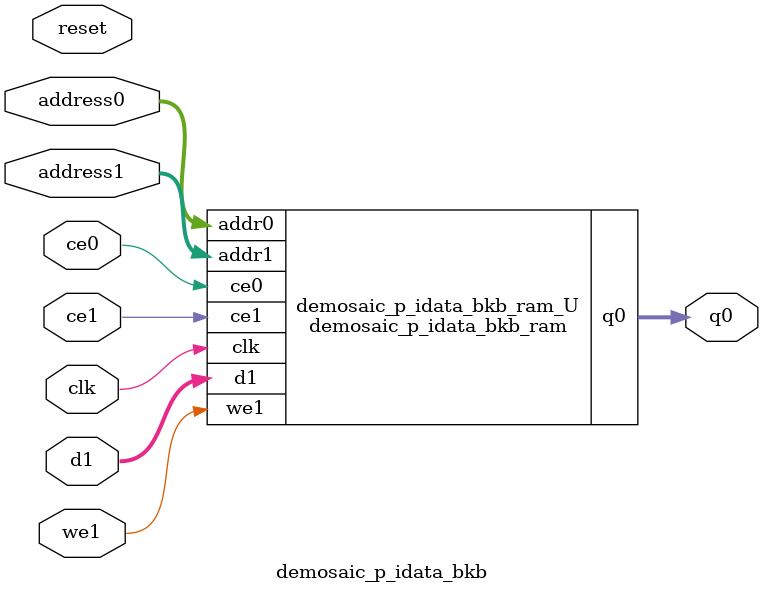
<source format=v>

`timescale 1 ns / 1 ps
module demosaic_p_idata_bkb_ram (addr0, ce0, q0, addr1, ce1, d1, we1,  clk);

parameter DWIDTH = 40;
parameter AWIDTH = 8;
parameter MEM_SIZE = 256;

input[AWIDTH-1:0] addr0;
input ce0;
output reg[DWIDTH-1:0] q0;
input[AWIDTH-1:0] addr1;
input ce1;
input[DWIDTH-1:0] d1;
input we1;
input clk;

(* ram_style = "block" *)reg [DWIDTH-1:0] ram[0:MEM_SIZE-1];




always @(posedge clk)  
begin 
    if (ce0) 
    begin
            q0 <= ram[addr0];
    end
end


always @(posedge clk)  
begin 
    if (ce1) 
    begin
        if (we1) 
        begin 
            ram[addr1] <= d1; 
        end 
    end
end


endmodule


`timescale 1 ns / 1 ps
module demosaic_p_idata_bkb(
    reset,
    clk,
    address0,
    ce0,
    q0,
    address1,
    ce1,
    we1,
    d1);

parameter DataWidth = 32'd40;
parameter AddressRange = 32'd256;
parameter AddressWidth = 32'd8;
input reset;
input clk;
input[AddressWidth - 1:0] address0;
input ce0;
output[DataWidth - 1:0] q0;
input[AddressWidth - 1:0] address1;
input ce1;
input we1;
input[DataWidth - 1:0] d1;



demosaic_p_idata_bkb_ram demosaic_p_idata_bkb_ram_U(
    .clk( clk ),
    .addr0( address0 ),
    .ce0( ce0 ),
    .q0( q0 ),
    .addr1( address1 ),
    .ce1( ce1 ),
    .we1( we1 ),
    .d1( d1 ));

endmodule


</source>
